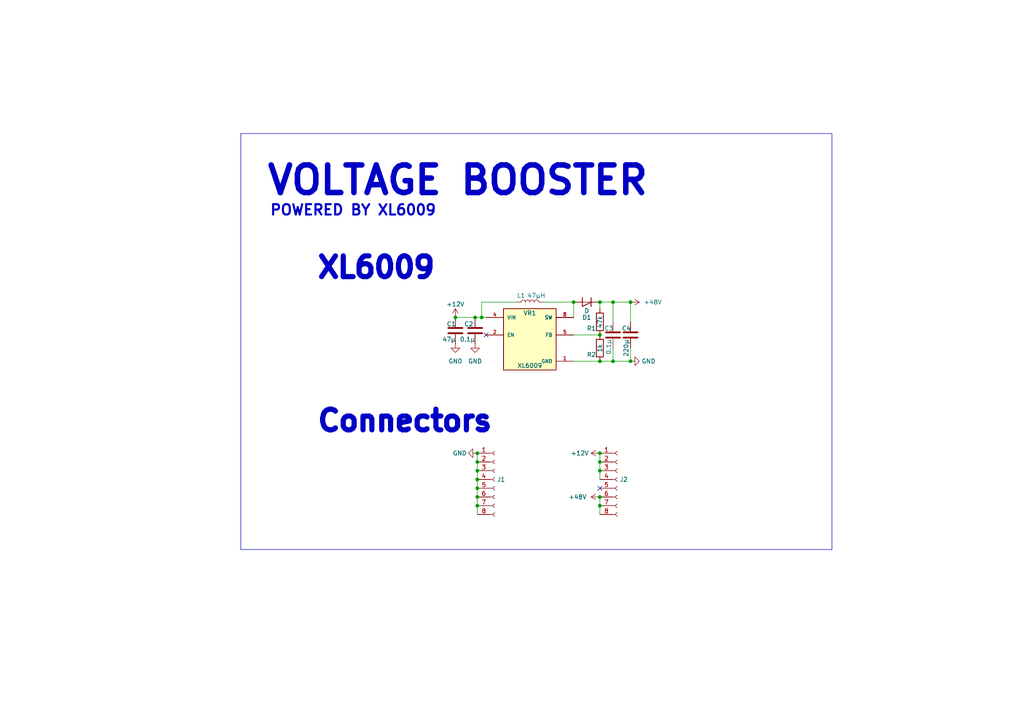
<source format=kicad_sch>
(kicad_sch (version 20230121) (generator eeschema)
  (paper "A4")
  (lib_symbols
    (symbol "Connector:Conn_01x08_Socket" (pin_names (offset 1.016) hide)
      (property "Reference" "J" (at 0 10.16 0))
      (property "Value" "Conn_01x08_Socket" (at 0 -12.7 0))
      (symbol "Conn_01x08_Socket_1_1"
        (arc (start 0 -9.652) (mid -0.5058 -10.16) (end 0 -10.668) (stroke (width 0.1524)))
        (arc (start 0 -7.112) (mid -0.5058 -7.62) (end 0 -8.128) (stroke (width 0.1524)))
        (arc (start 0 -4.572) (mid -0.5058 -5.08) (end 0 -5.588) (stroke (width 0.1524)))
        (arc (start 0 -2.032) (mid -0.5058 -2.54) (end 0 -3.048) (stroke (width 0.1524)))
        (polyline (pts (xy -1.27 -10.16) (xy -0.508 -10.16)) (stroke (width 0.1524)))
        (polyline (pts (xy -1.27 -7.62) (xy -0.508 -7.62)) (stroke (width 0.1524)))
        (polyline (pts (xy -1.27 -5.08) (xy -0.508 -5.08)) (stroke (width 0.1524)))
        (polyline (pts (xy -1.27 -2.54) (xy -0.508 -2.54)) (stroke (width 0.1524)))
        (polyline (pts (xy -1.27 0) (xy -0.508 0)) (stroke (width 0.1524)))
        (polyline (pts (xy -1.27 2.54) (xy -0.508 2.54)) (stroke (width 0.1524)))
        (polyline (pts (xy -1.27 5.08) (xy -0.508 5.08)) (stroke (width 0.1524)))
        (polyline (pts (xy -1.27 7.62) (xy -0.508 7.62)) (stroke (width 0.1524)))
        (arc (start 0 0.508) (mid -0.5058 0) (end 0 -0.508) (stroke (width 0.1524)))
        (arc (start 0 3.048) (mid -0.5058 2.54) (end 0 2.032) (stroke (width 0.1524)))
        (arc (start 0 5.588) (mid -0.5058 5.08) (end 0 4.572) (stroke (width 0.1524)))
        (arc (start 0 8.128) (mid -0.5058 7.62) (end 0 7.112) (stroke (width 0.1524)))
        (pin passive line (at -5.08 7.62 0) (length 3.81) (name "Pin_1") (number "1"))
        (pin passive line (at -5.08 5.08 0) (length 3.81) (name "Pin_2") (number "2"))
        (pin passive line (at -5.08 2.54 0) (length 3.81) (name "Pin_3") (number "3"))
        (pin passive line (at -5.08 0 0) (length 3.81) (name "Pin_4") (number "4"))
        (pin passive line (at -5.08 -2.54 0) (length 3.81) (name "Pin_5") (number "5"))
        (pin passive line (at -5.08 -5.08 0) (length 3.81) (name "Pin_6") (number "6"))
        (pin passive line (at -5.08 -7.62 0) (length 3.81) (name "Pin_7") (number "7"))
        (pin passive line (at -5.08 -10.16 0) (length 3.81) (name "Pin_8") (number "8"))
      )
    )
    (symbol "Device:C" (pin_numbers hide) (pin_names (offset 0.254))
      (property "Reference" "C" (at 0.635 2.54 0))
      (property "Value" "C" (at 0.635 -2.54 0))
      (symbol "C_0_1"
        (polyline (pts (xy -2.032 -0.762) (xy 2.032 -0.762)) (stroke (width 0.508)))
        (polyline (pts (xy -2.032 0.762) (xy 2.032 0.762)) (stroke (width 0.508)))
      )
      (symbol "C_1_1"
        (pin passive line (at 0 3.81 270) (length 2.794) (name "~") (number "1"))
        (pin passive line (at 0 -3.81 90) (length 2.794) (name "~") (number "2"))
      )
    )
    (symbol "Device:D_Shockley" (pin_numbers hide) (pin_names (offset 1.016) hide)
      (property "Reference" "D" (at 0 2.54 0))
      (property "Value" "D_Shockley" (at 0 -2.54 0))
      (symbol "D_Shockley_0_1"
        (polyline (pts (xy -1.27 0) (xy 1.27 0)))
        (polyline (pts (xy -1.27 1.27) (xy -1.27 -1.27)) (stroke (width 0.254)))
        (polyline (pts (xy -1.27 0) (xy 1.27 1.27) (xy 1.27 -1.27)) (stroke (width 0.254)))
      )
      (symbol "D_Shockley_1_1"
        (pin passive line (at -3.81 0 0) (length 2.54) (name "K") (number "1"))
        (pin passive line (at 3.81 0 180) (length 2.54) (name "A") (number "2"))
      )
    )
    (symbol "Device:L" (pin_numbers hide) (pin_names (offset 1.016) hide)
      (property "Reference" "L" (at -1.27 0 90))
      (property "Value" "L" (at 1.905 0 90))
      (symbol "L_0_1"
        (arc (start 0 -2.54) (mid 0.6323 -1.905) (end 0 -1.27))
        (arc (start 0 -1.27) (mid 0.6323 -0.635) (end 0 0))
        (arc (start 0 0) (mid 0.6323 0.635) (end 0 1.27))
        (arc (start 0 1.27) (mid 0.6323 1.905) (end 0 2.54))
      )
      (symbol "L_1_1"
        (pin passive line (at 0 3.81 270) (length 1.27) (name "1") (number "1"))
        (pin passive line (at 0 -3.81 90) (length 1.27) (name "2") (number "2"))
      )
    )
    (symbol "Device:R" (pin_numbers hide) (pin_names (offset 0))
      (property "Reference" "R" (at 2.032 0 90))
      (property "Value" "R" (at 0 0 90))
      (symbol "R_0_1"
        (rectangle (start -1.016 -2.54) (end 1.016 2.54) (stroke (width 0.254)))
      )
      (symbol "R_1_1"
        (pin passive line (at 0 3.81 270) (length 1.27) (name "~") (number "1"))
        (pin passive line (at 0 -3.81 90) (length 1.27) (name "~") (number "2"))
      )
    )
    (symbol "XL6009:XL6009" (pin_names (offset 1.016))
      (property "Reference" "VR" (at -7.62 8.89 0))
      (property "Value" "XL6009" (at -7.62 -11.43 0))
      (symbol "XL6009_0_0"
        (rectangle (start -7.62 -10.16) (end 7.62 7.62) (stroke (width 0.254)) (fill (type background)))
        (pin power_in line (at 12.7 -7.62 180) (length 5.08) (name "GND") (number "1"))
        (pin input line (at -12.7 0 0) (length 5.08) (name "EN") (number "2"))
        (pin output line (at 12.7 5.08 180) (length 5.08) (name "SW") (number "3"))
        (pin input line (at -12.7 5.08 0) (length 5.08) (name "VIN") (number "4"))
        (pin input line (at 12.7 0 180) (length 5.08) (name "FB") (number "5"))
        (pin output line (at 12.7 5.08 180) (length 5.08) (name "SW") (number "6"))
      )
    )
    (symbol "power:+12V" (power) (pin_names (offset 0))
      (property "Value" "+12V" (at 0 3.556 0))
      (symbol "+12V_0_1"
        (polyline (pts (xy -0.762 1.27) (xy 0 2.54)))
        (polyline (pts (xy 0 0) (xy 0 2.54)))
        (polyline (pts (xy 0 2.54) (xy 0.762 1.27)))
      )
      (symbol "+12V_1_1"
        (pin power_in line (at 0 0 90) (length 0) hide (name "+12V") (number "1"))
      )
    )
    (symbol "power:+48V" (power) (pin_names (offset 0))
      (property "Value" "+48V" (at 0 3.556 0))
      (symbol "+48V_0_1"
        (polyline (pts (xy -0.762 1.27) (xy 0 2.54)))
        (polyline (pts (xy 0 0) (xy 0 2.54)))
        (polyline (pts (xy 0 2.54) (xy 0.762 1.27)))
      )
      (symbol "+48V_1_1"
        (pin power_in line (at 0 0 90) (length 0) hide (name "+48V") (number "1"))
      )
    )
    (symbol "power:GND" (power) (pin_names (offset 0))
      (property "Value" "GND" (at 0 -3.81 0))
      (symbol "GND_0_1"
        (polyline (pts (xy 0 0) (xy 0 -1.27) (xy 1.27 -1.27) (xy 0 -2.54) (xy -1.27 -1.27) (xy 0 -1.27)))
      )
      (symbol "GND_1_1"
        (pin power_in line (at 0 0 270) (length 0) hide (name "GND") (number "1"))
      )
    )
  )
  (junction (at 182.88 104.775))
  (junction (at 138.43 144.145))
  (junction (at 138.43 146.685))
  (junction (at 173.99 97.155))
  (junction (at 173.99 144.145))
  (junction (at 137.795 92.075))
  (junction (at 138.43 139.065))
  (junction (at 139.7 92.075))
  (junction (at 182.88 87.63))
  (junction (at 173.99 146.685))
  (junction (at 173.99 87.63))
  (junction (at 173.99 136.525))
  (junction (at 138.43 141.605))
  (junction (at 177.8 87.63))
  (junction (at 173.99 133.985))
  (junction (at 166.37 87.63))
  (junction (at 177.8 104.775))
  (junction (at 138.43 136.525))
  (junction (at 138.43 131.445))
  (junction (at 173.99 104.775))
  (junction (at 173.99 131.445))
  (junction (at 138.43 133.985))
  (junction (at 132.08 92.075))
  (no_connect (at 140.97 97.155))
  (no_connect (at 173.99 141.605))
  (wire (pts (xy 157.48 87.63) (xy 166.37 87.63)))
  (polyline (pts (xy 241.3 159.385) (xy 241.3 38.735)))
  (wire (pts (xy 182.88 100.965) (xy 182.88 104.775)))
  (polyline (pts (xy 69.85 159.385) (xy 241.3 159.385)))
  (wire (pts (xy 138.43 144.145) (xy 138.43 146.685)))
  (wire (pts (xy 177.8 104.775) (xy 182.88 104.775)))
  (wire (pts (xy 173.99 104.775) (xy 177.8 104.775)))
  (wire (pts (xy 166.37 104.775) (xy 173.99 104.775)))
  (wire (pts (xy 177.8 87.63) (xy 182.88 87.63)))
  (wire (pts (xy 173.99 144.145) (xy 173.99 146.685)))
  (wire (pts (xy 173.99 131.445) (xy 173.99 133.985)))
  (wire (pts (xy 166.37 87.63) (xy 166.37 92.075)))
  (wire (pts (xy 149.86 87.63) (xy 139.7 87.63)))
  (wire (pts (xy 138.43 133.985) (xy 138.43 136.525)))
  (polyline (pts (xy 69.85 38.735) (xy 69.85 159.385)))
  (wire (pts (xy 173.99 133.985) (xy 173.99 136.525)))
  (wire (pts (xy 182.88 87.63) (xy 182.88 93.345)))
  (wire (pts (xy 173.99 87.63) (xy 177.8 87.63)))
  (wire (pts (xy 138.43 141.605) (xy 138.43 144.145)))
  (wire (pts (xy 177.8 87.63) (xy 177.8 93.345)))
  (wire (pts (xy 138.43 136.525) (xy 138.43 139.065)))
  (wire (pts (xy 139.7 92.075) (xy 140.97 92.075)))
  (wire (pts (xy 138.43 139.065) (xy 138.43 141.605)))
  (wire (pts (xy 173.99 136.525) (xy 173.99 139.065)))
  (wire (pts (xy 173.99 87.63) (xy 173.99 89.535)))
  (wire (pts (xy 138.43 131.445) (xy 138.43 133.985)))
  (wire (pts (xy 137.795 92.075) (xy 139.7 92.075)))
  (wire (pts (xy 173.99 146.685) (xy 173.99 149.225)))
  (wire (pts (xy 166.37 97.155) (xy 173.99 97.155)))
  (wire (pts (xy 132.08 92.075) (xy 137.795 92.075)))
  (wire (pts (xy 177.8 100.965) (xy 177.8 104.775)))
  (wire (pts (xy 139.7 87.63) (xy 139.7 92.075)))
  (polyline (pts (xy 69.85 38.735) (xy 241.3 38.735)))
  (wire (pts (xy 138.43 146.685) (xy 138.43 149.225)))
  (text "XL6009" (at 91.44 81.28 0) (effects (font (size 6 6) (thickness 1.6) bold) (justify left bottom)))
  (text "POWERED BY XL6009" (at 78.105 62.865 0) (effects (font (size 3 3) bold) (justify left bottom)))
  (text "VOLTAGE BOOSTER" (at 76.835 57.15 0) (effects (font (size 8 8) (thickness 1.6) bold) (justify left bottom)))
  (text "Connectors" (at 91.44 125.73 0) (effects (font (size 6 6) (thickness 1.6) bold) (justify left bottom)))
  (symbol (lib_id "power:+12V") (at 173.99 131.445 90) (unit 1)
    (property "Reference" "#PWR05" (effects hide))
    (property "Value" "+12V" (at 170.815 131.445 90) (effects (justify left)))
  )
  (symbol (lib_id "Device:D_Shockley") (at 170.18 87.63 180) (unit 1)
    (property "Reference" "D1" (at 170.18 92.075 0))
    (property "Value" "D" (at 170.18 90.17 0))
    (property "Footprint" "Package_SON:Infineon_PG-TDSON-8_6.15x5.15mm" (effects hide))
  )
  (symbol (lib_id "XL6009:XL6009") (at 153.67 97.155 0) (unit 1)
    (property "Reference" "VR1" (at 153.67 90.805 0))
    (property "Value" "XL6009" (at 153.67 106.045 0))
    (property "Footprint" "Package_TO_SOT_SMD:TO-263-5_TabPin3" (effects hide))
    (property "MF" "XLSEMI" (effects hide))
    (property "MAXIMUM_PACKAGE_HEIGHT" "4.65mm" (effects hide))
    (property "Package" "TO-263-5L XLSEMI" (effects hide))
    (property "Price" "None" (effects hide))
    (property "Check_prices" "https://www.snapeda.com/parts/XL6009/XLSEMI/view-part/?ref=eda" (effects hide))
    (property "STANDARD" "IPC-7351B" (effects hide))
    (property "PARTREV" "1.1" (effects hide))
    (property "SnapEDA_Link" "https://www.snapeda.com/parts/XL6009/XLSEMI/view-part/?ref=snap" (effects hide))
    (property "MP" "XL6009" (effects hide))
    (property "Description" "\n                        \n                            The XL6009 regulator is a wide input range, current mode, DC/DC converter which is capable of generating either positive or negative output voltages.\n                        \n" (effects hide))
    (property "Availability" "In Stock" (effects hide))
    (property "MANUFACTURER" "XLSEMI" (effects hide))
  )
  (symbol (lib_id "power:+12V") (at 132.08 92.075 0) (unit 1)
    (property "Reference" "#PWR01" (effects hide))
    (property "Value" "+12V" (at 132.08 88.265 0))
  )
  (symbol (lib_id "Device:R") (at 173.99 93.345 0) (unit 1)
    (property "Reference" "R1" (at 170.18 95.25 0) (effects (justify left)))
    (property "Value" "47k" (at 173.99 95.25 90) (effects (justify left)))
    (property "Footprint" "Resistor_THT:R_Axial_DIN0204_L3.6mm_D1.6mm_P5.08mm_Horizontal" (effects hide))
  )
  (symbol (lib_id "power:GND") (at 137.795 99.695 0) (unit 1)
    (property "Reference" "#PWR03" (effects hide))
    (property "Value" "GND" (at 137.795 104.775 0))
  )
  (symbol (lib_id "power:+48V") (at 182.88 87.63 270) (unit 1)
    (property "Reference" "#PWR07" (effects hide))
    (property "Value" "+48V" (at 186.69 87.63 90) (effects (justify left)))
  )
  (symbol (lib_id "Device:C") (at 177.8 97.155 0) (unit 1)
    (property "Reference" "C3" (at 175.26 95.25 0) (effects (justify left)))
    (property "Value" "0.1μ" (at 176.53 102.87 90) (effects (justify left)))
    (property "Footprint" "Capacitor_THT:C_Disc_D3.0mm_W1.6mm_P2.50mm" (effects hide))
  )
  (symbol (lib_id "power:GND") (at 132.08 99.695 0) (unit 1)
    (property "Reference" "#PWR02" (effects hide))
    (property "Value" "GND" (at 132.08 104.775 0))
  )
  (symbol (lib_id "Device:C") (at 132.08 95.885 0) (unit 1)
    (property "Reference" "C1" (at 129.54 93.98 0) (effects (justify left)))
    (property "Value" "47μ" (at 128.27 98.425 0) (effects (justify left)))
    (property "Footprint" "Capacitor_SMD:CP_Elec_6.3x5.9" (effects hide))
  )
  (symbol (lib_id "Device:R") (at 173.99 100.965 0) (unit 1)
    (property "Reference" "R2" (at 170.18 102.87 0) (effects (justify left)))
    (property "Value" "1k" (at 173.99 102.235 90) (effects (justify left)))
    (property "Footprint" "Resistor_THT:R_Axial_DIN0204_L3.6mm_D1.6mm_P5.08mm_Horizontal" (effects hide))
  )
  (symbol (lib_id "Device:L") (at 153.67 87.63 90) (unit 1)
    (property "Reference" "L1" (at 151.13 85.725 90))
    (property "Value" "47μH" (at 155.575 85.725 90))
    (property "Footprint" "Inductor_SMD:L_12x12mm_H6mm" (effects hide))
  )
  (symbol (lib_id "Connector:Conn_01x08_Socket") (at 179.07 139.065 0) (unit 1)
    (property "Reference" "J2" (at 179.705 139.065 0) (effects (justify left)))
    (property "Value" "Conn_01x08_Socket" (effects hide))
    (property "Footprint" "Connector_PinHeader_2.54mm:PinHeader_1x08_P2.54mm_Vertical" (effects hide))
  )
  (symbol (lib_id "Device:C") (at 137.795 95.885 0) (unit 1)
    (property "Reference" "C2" (at 134.62 93.98 0) (effects (justify left)))
    (property "Value" "0.1μ" (at 133.35 98.425 0) (effects (justify left)))
    (property "Footprint" "Capacitor_THT:C_Disc_D3.0mm_W1.6mm_P2.50mm" (effects hide))
  )
  (symbol (lib_id "Connector:Conn_01x08_Socket") (at 143.51 139.065 0) (unit 1)
    (property "Reference" "J1" (at 144.145 139.065 0) (effects (justify left)))
    (property "Value" "Conn_01x08_Socket" (effects hide))
    (property "Footprint" "Connector_PinHeader_2.54mm:PinHeader_1x08_P2.54mm_Vertical" (effects hide))
  )
  (symbol (lib_id "power:GND") (at 138.43 131.445 270) (unit 1)
    (property "Reference" "#PWR04" (effects hide))
    (property "Value" "GND" (at 133.35 131.445 90))
  )
  (symbol (lib_id "power:GND") (at 182.88 104.775 90) (unit 1)
    (property "Reference" "#PWR08" (effects hide))
    (property "Value" "GND" (at 186.055 104.775 90) (effects (justify right)))
  )
  (symbol (lib_id "Device:C") (at 182.88 97.155 0) (unit 1)
    (property "Reference" "C4" (at 180.34 95.25 0) (effects (justify left)))
    (property "Value" "220μ" (at 181.61 103.505 90) (effects (justify left)))
    (property "Footprint" "Capacitor_SMD:CP_Elec_10x10.5" (effects hide))
  )
  (symbol (lib_id "power:+48V") (at 173.99 144.145 90) (unit 1)
    (property "Reference" "#PWR06" (effects hide))
    (property "Value" "+48V" (at 170.18 144.145 90) (effects (justify left)))
  )
)
</source>
